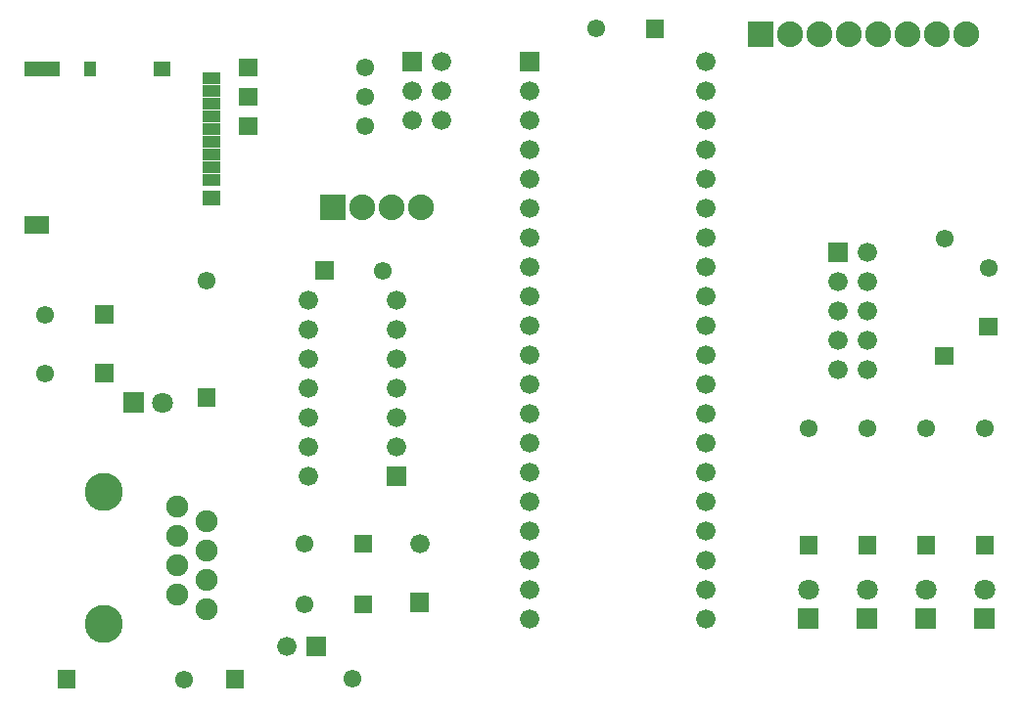
<source format=gbr>
G04 start of page 11 for group -4063 idx -4063 *
G04 Title: (unknown), componentmask *
G04 Creator: pcb 20100929 *
G04 CreationDate: Thu 24 Nov 2011 04:56:09 PM GMT UTC *
G04 For: andy *
G04 Format: Gerber/RS-274X *
G04 PCB-Dimensions: 346457 244094 *
G04 PCB-Coordinate-Origin: lower left *
%MOIN*%
%FSLAX25Y25*%
%LNFRONTMASK*%
%ADD13C,0.0200*%
%ADD30C,0.0610*%
%ADD31C,0.0880*%
%ADD32C,0.0660*%
%ADD33C,0.0750*%
%ADD34C,0.1300*%
%ADD35C,0.0710*%
%ADD36R,0.0376X0.0376*%
%ADD37R,0.0494X0.0494*%
%ADD38R,0.0415X0.0415*%
%ADD39R,0.0612X0.0612*%
G54D13*G36*
X76202Y199939D02*Y193839D01*
X82302D01*
Y199939D01*
X76202D01*
G37*
G54D30*X119252Y196889D03*
G54D13*G36*
X103710Y173691D02*Y164891D01*
X112510D01*
Y173691D01*
X103710D01*
G37*
G54D31*X118110Y169291D03*
X128110D03*
X138110D03*
G54D13*G36*
X76202Y209939D02*Y203839D01*
X82302D01*
Y209939D01*
X76202D01*
G37*
G54D30*X119252Y206889D03*
G54D32*X135000Y209094D03*
X145000D03*
X135000Y199094D03*
X145000D03*
G54D13*G36*
X76202Y219939D02*Y213839D01*
X82302D01*
Y219939D01*
X76202D01*
G37*
G54D30*X119252Y216889D03*
G54D13*G36*
X131700Y222394D02*Y215794D01*
X138300D01*
Y222394D01*
X131700D01*
G37*
G54D32*X145000Y219094D03*
G54D33*X55118Y67243D03*
X65118Y62243D03*
X55118Y57243D03*
G54D34*X30118Y72243D03*
G54D13*G36*
X27186Y135805D02*Y129705D01*
X33286D01*
Y135805D01*
X27186D01*
G37*
G54D30*X10236Y132755D03*
G54D13*G36*
X27186Y115805D02*Y109705D01*
X33286D01*
Y115805D01*
X27186D01*
G37*
G54D30*X10236Y112755D03*
G54D34*X30118Y27243D03*
G54D13*G36*
X14391Y11482D02*Y5382D01*
X20491D01*
Y11482D01*
X14391D01*
G37*
G54D30*X57441Y8432D03*
G54D13*G36*
X36686Y106305D02*Y99205D01*
X43786D01*
Y106305D01*
X36686D01*
G37*
G54D35*X50236Y102755D03*
G54D13*G36*
X62067Y107498D02*Y101398D01*
X68167D01*
Y107498D01*
X62067D01*
G37*
G54D30*X65117Y144448D03*
G54D13*G36*
X134336Y37945D02*Y31345D01*
X140936D01*
Y37945D01*
X134336D01*
G37*
G54D32*X137636Y54645D03*
G54D13*G36*
X115296Y36947D02*Y30847D01*
X121396D01*
Y36947D01*
X115296D01*
G37*
G54D33*X65118Y52243D03*
X55118Y47243D03*
X65118Y42243D03*
X55118Y37243D03*
X65118Y32243D03*
G54D30*X98346Y33897D03*
G54D13*G36*
X115296Y57695D02*Y51595D01*
X121396D01*
Y57695D01*
X115296D01*
G37*
G54D30*X98346Y54645D03*
G54D13*G36*
X126542Y80819D02*Y74219D01*
X133142D01*
Y80819D01*
X126542D01*
G37*
G54D32*X99842Y77519D03*
G54D13*G36*
X99062Y22985D02*Y16385D01*
X105662D01*
Y22985D01*
X99062D01*
G37*
G54D30*X114803Y8511D03*
G54D32*X92362Y19685D03*
G54D13*G36*
X71753Y11561D02*Y5461D01*
X77853D01*
Y11561D01*
X71753D01*
G37*
G54D32*X129842Y87519D03*
Y97519D03*
Y107519D03*
Y117519D03*
Y127519D03*
Y137519D03*
X99842D03*
Y127519D03*
G54D13*G36*
X102186Y150805D02*Y144705D01*
X108286D01*
Y150805D01*
X102186D01*
G37*
G54D30*X125236Y147755D03*
G54D32*X99842Y117519D03*
Y107519D03*
Y97519D03*
Y87519D03*
G54D30*X270000Y94094D03*
G54D13*G36*
X276700Y157394D02*Y150794D01*
X283300D01*
Y157394D01*
X276700D01*
G37*
G54D32*X290000Y154094D03*
X280000Y144094D03*
Y134094D03*
Y124094D03*
Y114094D03*
X290000Y144094D03*
Y134094D03*
Y124094D03*
Y114094D03*
G54D13*G36*
X286450Y32644D02*Y25544D01*
X293550D01*
Y32644D01*
X286450D01*
G37*
G54D35*X290000Y39094D03*
G54D13*G36*
X286950Y57144D02*Y51044D01*
X293050D01*
Y57144D01*
X286950D01*
G37*
G36*
X326950D02*Y51044D01*
X333050D01*
Y57144D01*
X326950D01*
G37*
G36*
X326450Y32644D02*Y25544D01*
X333550D01*
Y32644D01*
X326450D01*
G37*
G54D35*X330000Y39094D03*
G54D13*G36*
X328249Y131790D02*Y125690D01*
X334349D01*
Y131790D01*
X328249D01*
G37*
G54D30*X331299Y148740D03*
X330000Y94094D03*
X310000D03*
X290000D03*
G54D13*G36*
X306950Y57144D02*Y51044D01*
X313050D01*
Y57144D01*
X306950D01*
G37*
G36*
X313249Y121790D02*Y115690D01*
X319349D01*
Y121790D01*
X313249D01*
G37*
G54D30*X316299Y158740D03*
G54D13*G36*
X306450Y32644D02*Y25544D01*
X313550D01*
Y32644D01*
X306450D01*
G37*
G54D35*X310000Y39094D03*
G54D13*G36*
X266450Y32644D02*Y25544D01*
X273550D01*
Y32644D01*
X266450D01*
G37*
G54D35*X270000Y39094D03*
G54D13*G36*
X266950Y57144D02*Y51044D01*
X273050D01*
Y57144D01*
X266950D01*
G37*
G54D32*X235000Y29094D03*
Y39094D03*
Y49094D03*
Y59094D03*
Y69094D03*
G54D13*G36*
X249380Y232746D02*Y223946D01*
X258180D01*
Y232746D01*
X249380D01*
G37*
G54D31*X263780Y228346D03*
X273780D03*
X283780D03*
X293780D03*
X303780D03*
X313780D03*
X323780D03*
G54D13*G36*
X214824Y233207D02*Y227107D01*
X220924D01*
Y233207D01*
X214824D01*
G37*
G54D30*X197874Y230157D03*
G54D13*G36*
X171700Y222394D02*Y215794D01*
X178300D01*
Y222394D01*
X171700D01*
G37*
G54D32*X175000Y209094D03*
Y199094D03*
Y189094D03*
Y179094D03*
Y169094D03*
Y159094D03*
Y149094D03*
Y139094D03*
Y129094D03*
Y119094D03*
Y109094D03*
Y99094D03*
Y89094D03*
Y79094D03*
Y69094D03*
Y59094D03*
Y49094D03*
Y39094D03*
Y29094D03*
X235000Y79094D03*
Y89094D03*
Y99094D03*
Y109094D03*
Y119094D03*
Y129094D03*
Y139094D03*
Y149094D03*
Y159094D03*
Y169094D03*
Y179094D03*
Y189094D03*
Y199094D03*
Y209094D03*
Y219094D03*
G54D36*X65787Y191654D02*X67756D01*
X65787Y195985D02*X67756D01*
X65787Y200315D02*X67756D01*
X65787Y204646D02*X67756D01*
X65787Y178662D02*X67756D01*
X65787Y182992D02*X67756D01*
X65787Y187323D02*X67756D01*
G54D37*X66378Y172560D02*X67166D01*
G54D36*X65787Y208977D02*X67756D01*
X65787Y213308D02*X67756D01*
G54D38*X25433Y216850D02*Y216064D01*
G54D37*X5551Y216456D02*X12639D01*
G54D39*X6140Y163307D02*X8503D01*
G54D37*X49449Y216457D02*X50237D01*
M02*

</source>
